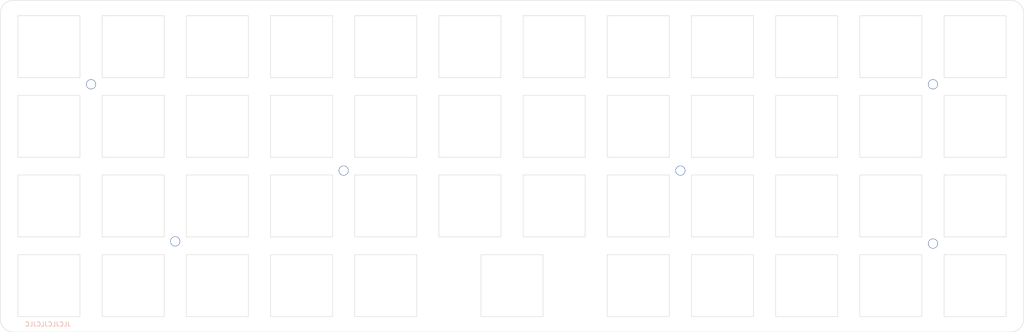
<source format=kicad_pcb>
(kicad_pcb (version 20221018) (generator pcbnew)
  (layers (0 "F.Cu" signal) (31 "B.Cu" signal) (34 "B.Paste" user) (35 "F.Paste" user) (36 "B.SilkS" user "B.Silkscreen") (37 "F.SilkS" user "F.Silkscreen") (38 "B.Mask" user) (39 "F.Mask" user) (44 "Edge.Cuts" user))
  (net 0 "")
  (footprint "Technik-MIT:Standoff_Hole" (layer "F.Cu") (at 181.4975 86.50125)
    (fp_text reference "H4" hide)
    (fp_text value "MountingHole_Pad" hide)
    (pad "" np_thru_hole circle (at 0 0 90) (size 2.2 2.2) (drill 2) (layers "F&B.Cu" "*.Mask"))
  )
  (footprint "Technik-MIT:Standoff_Hole" (layer "F.Cu") (at 105.4975 86.50125)
    (fp_text reference "H3" hide)
    (fp_text value "MountingHole_Pad" hide)
    (pad "" np_thru_hole circle (at 0 0 90) (size 2.2 2.2) (drill 2) (layers "F&B.Cu" "*.Mask"))
  )
  (footprint "Technik-MIT:Standoff_Hole" (layer "F.Cu") (at 48.4975 67.00125)
    (fp_text reference "H1" hide)
    (fp_text value "MountingHole_Pad" hide)
    (pad "" np_thru_hole circle (at 0 0 90) (size 2.2 2.2) (drill 2) (layers "F&B.Cu" "*.Mask"))
  )
  (footprint "Technik-MIT:Standoff_Hole" (layer "F.Cu") (at 238.4975 67.00125)
    (fp_text reference "H5" hide)
    (fp_text value "MountingHole_Pad" hide)
    (pad "" np_thru_hole circle (at 0 0 90) (size 2.2 2.2) (drill 2) (layers "F&B.Cu" "*.Mask"))
  )
  (footprint "Technik-MIT:Standoff_Hole" (layer "F.Cu") (at 67.4975 102.50125)
    (fp_text reference "H2" hide)
    (fp_text value "MountingHole_Pad" hide)
    (pad "" np_thru_hole circle (at 0 0 90) (size 2.2 2.2) (drill 2) (layers "F&B.Cu" "*.Mask"))
  )
  (footprint "Technik-MIT:Standoff_Hole" (layer "F.Cu") (at 238.4975 103.00125)
    (fp_text reference "H6" hide)
    (fp_text value "MountingHole_Pad" hide)
    (pad "" np_thru_hole circle (at 0 0 90) (size 2.2 2.2) (drill 2) (layers "F&B.Cu" "*.Mask"))
  )
  (gr_rect (start 127 51.5) (end 141 65.5) (stroke (width 0.1)) (fill none) (layer "Edge.Cuts"))
  (gr_rect (start 241 105.5) (end 255 119.5) (stroke (width 0.1)) (fill none) (layer "Edge.Cuts"))
  (gr_rect (start 222 69.5) (end 236 83.5) (stroke (width 0.1)) (fill none) (layer "Edge.Cuts"))
  (gr_rect (start 165 105.5) (end 179 119.5) (stroke (width 0.1)) (fill none) (layer "Edge.Cuts"))
  (gr_rect (start 127 87.5) (end 141 101.5) (stroke (width 0.1)) (fill none) (layer "Edge.Cuts"))
  (gr_rect (start 136.5 105.5) (end 150.5 119.5) (stroke (width 0.1)) (fill none) (layer "Edge.Cuts"))
  (gr_rect (start 203 87.5) (end 217 101.5) (stroke (width 0.1)) (fill none) (layer "Edge.Cuts"))
  (gr_rect (start 108 105.5) (end 122 119.5) (stroke (width 0.1)) (fill none) (layer "Edge.Cuts"))
  (gr_rect (start 146 69.5) (end 160 83.5) (stroke (width 0.1)) (fill none) (layer "Edge.Cuts"))
  (gr_line (start 256.000085 47.999915) (end 30.999999 47.999999) (stroke (width 0.1)) (layer "Edge.Cuts"))
  (gr_rect (start 108 87.5) (end 122 101.5) (stroke (width 0.1)) (fill none) (layer "Edge.Cuts"))
  (gr_rect (start 184 69.5) (end 198 83.5) (stroke (width 0.1)) (fill none) (layer "Edge.Cuts"))
  (gr_rect (start 184 51.5) (end 198 65.5) (stroke (width 0.1)) (fill none) (layer "Edge.Cuts"))
  (gr_rect (start 89 105.5) (end 103 119.5) (stroke (width 0.1)) (fill none) (layer "Edge.Cuts"))
  (gr_rect (start 127 69.5) (end 141 83.5) (stroke (width 0.1)) (fill none) (layer "Edge.Cuts"))
  (gr_rect (start 89 51.5) (end 103 65.5) (stroke (width 0.1)) (fill none) (layer "Edge.Cuts"))
  (gr_rect (start 241 87.5) (end 255 101.5) (stroke (width 0.1)) (fill none) (layer "Edge.Cuts"))
  (gr_rect (start 70 69.5) (end 84 83.5) (stroke (width 0.1)) (fill none) (layer "Edge.Cuts"))
  (gr_rect (start 184 87.5) (end 198 101.5) (stroke (width 0.1)) (fill none) (layer "Edge.Cuts"))
  (gr_rect (start 203 51.5) (end 217 65.5) (stroke (width 0.1)) (fill none) (layer "Edge.Cuts"))
  (gr_rect (start 32 105.5) (end 46 119.5) (stroke (width 0.1)) (fill none) (layer "Edge.Cuts"))
  (gr_rect (start 165 69.5) (end 179 83.5) (stroke (width 0.1)) (fill none) (layer "Edge.Cuts"))
  (gr_rect (start 241 51.5) (end 255 65.5) (stroke (width 0.1)) (fill none) (layer "Edge.Cuts"))
  (gr_rect (start 165 51.5) (end 179 65.5) (stroke (width 0.1)) (fill none) (layer "Edge.Cuts"))
  (gr_rect (start 32 51.5) (end 46 65.5) (stroke (width 0.1)) (fill none) (layer "Edge.Cuts"))
  (gr_rect (start 51 69.5) (end 65 83.5) (stroke (width 0.1)) (fill none) (layer "Edge.Cuts"))
  (gr_rect (start 222 105.5) (end 236 119.5) (stroke (width 0.1)) (fill none) (layer "Edge.Cuts"))
  (gr_line (start 30.999999 123.000001) (end 255.999965 122.999965) (stroke (width 0.1)) (layer "Edge.Cuts"))
  (gr_arc (start 258.999965 119.999965) (mid 258.121296 122.121296) (end 255.999965 122.999965) (stroke (width 0.1)) (layer "Edge.Cuts"))
  (gr_rect (start 70 51.5) (end 84 65.5) (stroke (width 0.1)) (fill none) (layer "Edge.Cuts"))
  (gr_rect (start 184 105.5) (end 198 119.5) (stroke (width 0.1)) (fill none) (layer "Edge.Cuts"))
  (gr_rect (start 70 87.5) (end 84 101.5) (stroke (width 0.1)) (fill none) (layer "Edge.Cuts"))
  (gr_line (start 258.999965 119.999965) (end 259.000085 50.999915) (stroke (width 0.1)) (layer "Edge.Cuts"))
  (gr_rect (start 146 87.5) (end 160 101.5) (stroke (width 0.1)) (fill none) (layer "Edge.Cuts"))
  (gr_rect (start 51 51.5) (end 65 65.5) (stroke (width 0.1)) (fill none) (layer "Edge.Cuts"))
  (gr_line (start 27.999999 50.999999) (end 27.999999 120.000001) (stroke (width 0.1)) (layer "Edge.Cuts"))
  (gr_rect (start 108 51.5) (end 122 65.5) (stroke (width 0.1)) (fill none) (layer "Edge.Cuts"))
  (gr_rect (start 241 69.5) (end 255 83.5) (stroke (width 0.1)) (fill none) (layer "Edge.Cuts"))
  (gr_rect (start 165 87.5) (end 179 101.5) (stroke (width 0.1)) (fill none) (layer "Edge.Cuts"))
  (gr_rect (start 89 87.5) (end 103 101.5) (stroke (width 0.1)) (fill none) (layer "Edge.Cuts"))
  (gr_rect (start 32 87.5) (end 46 101.5) (stroke (width 0.1)) (fill none) (layer "Edge.Cuts"))
  (gr_rect (start 222 51.5) (end 236 65.5) (stroke (width 0.1)) (fill none) (layer "Edge.Cuts"))
  (gr_rect (start 51 105.5) (end 65 119.5) (stroke (width 0.1)) (fill none) (layer "Edge.Cuts"))
  (gr_rect (start 32 69.5) (end 46 83.5) (stroke (width 0.1)) (fill none) (layer "Edge.Cuts"))
  (gr_rect (start 222 87.5) (end 236 101.5) (stroke (width 0.1)) (fill none) (layer "Edge.Cuts"))
  (gr_rect (start 89 69.5) (end 103 83.5) (stroke (width 0.1)) (fill none) (layer "Edge.Cuts"))
  (gr_rect (start 51 87.5) (end 65 101.5) (stroke (width 0.1)) (fill none) (layer "Edge.Cuts"))
  (gr_rect (start 203 69.5) (end 217 83.5) (stroke (width 0.1)) (fill none) (layer "Edge.Cuts"))
  (gr_arc (start 256.000085 47.999915) (mid 258.12138 48.87862) (end 259.000085 50.999915) (stroke (width 0.1)) (layer "Edge.Cuts"))
  (gr_rect (start 146 51.5) (end 160 65.5) (stroke (width 0.1)) (fill none) (layer "Edge.Cuts"))
  (gr_rect (start 203 105.5) (end 217 119.5) (stroke (width 0.1)) (fill none) (layer "Edge.Cuts"))
  (gr_arc (start 30.999999 123.000001) (mid 28.878679 122.121321) (end 27.999999 120.000001) (stroke (width 0.1)) (layer "Edge.Cuts"))
  (gr_arc (start 27.999999 50.999999) (mid 28.878679 48.878679) (end 30.999999 47.999999) (stroke (width 0.1)) (layer "Edge.Cuts"))
  (gr_rect (start 108 69.5) (end 122 83.5) (stroke (width 0.1)) (fill none) (layer "Edge.Cuts"))
  (gr_rect (start 70 105.5) (end 84 119.5) (stroke (width 0.1)) (fill none) (layer "Edge.Cuts"))
  (gr_text "JLCJLCJLCJLC" (at 44 121.8) (layer "B.SilkS") (effects (font (size 1 1)) (justify left bottom mirror)))
)
</source>
